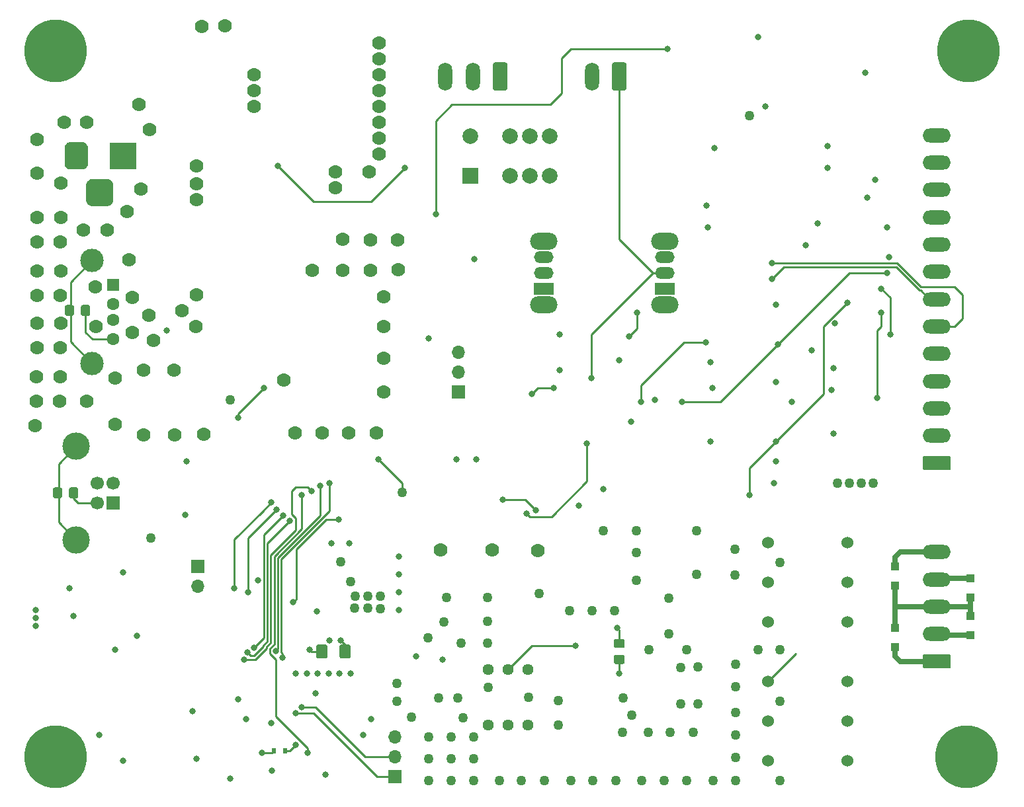
<source format=gbr>
G04 #@! TF.GenerationSoftware,KiCad,Pcbnew,(5.1.5-0-10_14)*
G04 #@! TF.CreationDate,2020-11-15T00:29:35-05:00*
G04 #@! TF.ProjectId,quantar-interface,7175616e-7461-4722-9d69-6e7465726661,rev?*
G04 #@! TF.SameCoordinates,Original*
G04 #@! TF.FileFunction,Copper,L4,Bot*
G04 #@! TF.FilePolarity,Positive*
%FSLAX46Y46*%
G04 Gerber Fmt 4.6, Leading zero omitted, Abs format (unit mm)*
G04 Created by KiCad (PCBNEW (5.1.5-0-10_14)) date 2020-11-15 00:29:35*
%MOMM*%
%LPD*%
G04 APERTURE LIST*
%ADD10C,0.100000*%
%ADD11C,1.440000*%
%ADD12C,1.524000*%
%ADD13R,1.000000X1.000000*%
%ADD14R,0.600000X0.700000*%
%ADD15R,3.500000X3.500000*%
%ADD16C,3.000000*%
%ADD17R,1.600000X1.600000*%
%ADD18C,1.600000*%
%ADD19R,1.700000X1.700000*%
%ADD20C,1.700000*%
%ADD21C,3.500000*%
%ADD22O,1.700000X1.700000*%
%ADD23O,3.600000X1.800000*%
%ADD24O,1.800000X3.600000*%
%ADD25C,2.000000*%
%ADD26R,2.000000X2.000000*%
%ADD27R,2.500000X1.500000*%
%ADD28O,2.500000X1.500000*%
%ADD29O,3.500000X2.200000*%
%ADD30C,0.900000*%
%ADD31C,8.000000*%
%ADD32C,1.778000*%
%ADD33C,0.800000*%
%ADD34C,1.270000*%
%ADD35C,0.250000*%
%ADD36C,0.889000*%
%ADD37C,0.635000*%
G04 APERTURE END LIST*
G04 #@! TA.AperFunction,SMDPad,CuDef*
D10*
G36*
X116093504Y-132476204D02*
G01*
X116117773Y-132479804D01*
X116141571Y-132485765D01*
X116164671Y-132494030D01*
X116186849Y-132504520D01*
X116207893Y-132517133D01*
X116227598Y-132531747D01*
X116245777Y-132548223D01*
X116262253Y-132566402D01*
X116276867Y-132586107D01*
X116289480Y-132607151D01*
X116299970Y-132629329D01*
X116308235Y-132652429D01*
X116314196Y-132676227D01*
X116317796Y-132700496D01*
X116319000Y-132725000D01*
X116319000Y-133975000D01*
X116317796Y-133999504D01*
X116314196Y-134023773D01*
X116308235Y-134047571D01*
X116299970Y-134070671D01*
X116289480Y-134092849D01*
X116276867Y-134113893D01*
X116262253Y-134133598D01*
X116245777Y-134151777D01*
X116227598Y-134168253D01*
X116207893Y-134182867D01*
X116186849Y-134195480D01*
X116164671Y-134205970D01*
X116141571Y-134214235D01*
X116117773Y-134220196D01*
X116093504Y-134223796D01*
X116069000Y-134225000D01*
X115144000Y-134225000D01*
X115119496Y-134223796D01*
X115095227Y-134220196D01*
X115071429Y-134214235D01*
X115048329Y-134205970D01*
X115026151Y-134195480D01*
X115005107Y-134182867D01*
X114985402Y-134168253D01*
X114967223Y-134151777D01*
X114950747Y-134133598D01*
X114936133Y-134113893D01*
X114923520Y-134092849D01*
X114913030Y-134070671D01*
X114904765Y-134047571D01*
X114898804Y-134023773D01*
X114895204Y-133999504D01*
X114894000Y-133975000D01*
X114894000Y-132725000D01*
X114895204Y-132700496D01*
X114898804Y-132676227D01*
X114904765Y-132652429D01*
X114913030Y-132629329D01*
X114923520Y-132607151D01*
X114936133Y-132586107D01*
X114950747Y-132566402D01*
X114967223Y-132548223D01*
X114985402Y-132531747D01*
X115005107Y-132517133D01*
X115026151Y-132504520D01*
X115048329Y-132494030D01*
X115071429Y-132485765D01*
X115095227Y-132479804D01*
X115119496Y-132476204D01*
X115144000Y-132475000D01*
X116069000Y-132475000D01*
X116093504Y-132476204D01*
G37*
G04 #@! TD.AperFunction*
G04 #@! TA.AperFunction,SMDPad,CuDef*
G36*
X119068504Y-132476204D02*
G01*
X119092773Y-132479804D01*
X119116571Y-132485765D01*
X119139671Y-132494030D01*
X119161849Y-132504520D01*
X119182893Y-132517133D01*
X119202598Y-132531747D01*
X119220777Y-132548223D01*
X119237253Y-132566402D01*
X119251867Y-132586107D01*
X119264480Y-132607151D01*
X119274970Y-132629329D01*
X119283235Y-132652429D01*
X119289196Y-132676227D01*
X119292796Y-132700496D01*
X119294000Y-132725000D01*
X119294000Y-133975000D01*
X119292796Y-133999504D01*
X119289196Y-134023773D01*
X119283235Y-134047571D01*
X119274970Y-134070671D01*
X119264480Y-134092849D01*
X119251867Y-134113893D01*
X119237253Y-134133598D01*
X119220777Y-134151777D01*
X119202598Y-134168253D01*
X119182893Y-134182867D01*
X119161849Y-134195480D01*
X119139671Y-134205970D01*
X119116571Y-134214235D01*
X119092773Y-134220196D01*
X119068504Y-134223796D01*
X119044000Y-134225000D01*
X118119000Y-134225000D01*
X118094496Y-134223796D01*
X118070227Y-134220196D01*
X118046429Y-134214235D01*
X118023329Y-134205970D01*
X118001151Y-134195480D01*
X117980107Y-134182867D01*
X117960402Y-134168253D01*
X117942223Y-134151777D01*
X117925747Y-134133598D01*
X117911133Y-134113893D01*
X117898520Y-134092849D01*
X117888030Y-134070671D01*
X117879765Y-134047571D01*
X117873804Y-134023773D01*
X117870204Y-133999504D01*
X117869000Y-133975000D01*
X117869000Y-132725000D01*
X117870204Y-132700496D01*
X117873804Y-132676227D01*
X117879765Y-132652429D01*
X117888030Y-132629329D01*
X117898520Y-132607151D01*
X117911133Y-132586107D01*
X117925747Y-132566402D01*
X117942223Y-132548223D01*
X117960402Y-132531747D01*
X117980107Y-132517133D01*
X118001151Y-132504520D01*
X118023329Y-132494030D01*
X118046429Y-132485765D01*
X118070227Y-132479804D01*
X118094496Y-132476204D01*
X118119000Y-132475000D01*
X119044000Y-132475000D01*
X119068504Y-132476204D01*
G37*
G04 #@! TD.AperFunction*
D11*
X136906000Y-135636000D03*
X139446000Y-135636000D03*
X141986000Y-135636000D03*
X141986000Y-142748000D03*
X139446000Y-142748000D03*
X136906000Y-142748000D03*
D12*
X182880000Y-147320000D03*
X182880000Y-142240000D03*
X182880000Y-137160000D03*
X172720000Y-147320000D03*
X172720000Y-142240000D03*
X172720000Y-137160000D03*
D13*
X188976000Y-132822000D03*
X188976000Y-130322000D03*
X188976000Y-124928000D03*
X188976000Y-122428000D03*
X198628000Y-128798000D03*
X198628000Y-131298000D03*
X198628000Y-123972000D03*
X198628000Y-126472000D03*
D14*
X110874000Y-146050000D03*
X109474000Y-146050000D03*
D15*
X90170000Y-69850000D03*
G04 #@! TA.AperFunction,ComponentPad*
D10*
G36*
X84993513Y-68103611D02*
G01*
X85066318Y-68114411D01*
X85137714Y-68132295D01*
X85207013Y-68157090D01*
X85273548Y-68188559D01*
X85336678Y-68226398D01*
X85395795Y-68270242D01*
X85450330Y-68319670D01*
X85499758Y-68374205D01*
X85543602Y-68433322D01*
X85581441Y-68496452D01*
X85612910Y-68562987D01*
X85637705Y-68632286D01*
X85655589Y-68703682D01*
X85666389Y-68776487D01*
X85670000Y-68850000D01*
X85670000Y-70850000D01*
X85666389Y-70923513D01*
X85655589Y-70996318D01*
X85637705Y-71067714D01*
X85612910Y-71137013D01*
X85581441Y-71203548D01*
X85543602Y-71266678D01*
X85499758Y-71325795D01*
X85450330Y-71380330D01*
X85395795Y-71429758D01*
X85336678Y-71473602D01*
X85273548Y-71511441D01*
X85207013Y-71542910D01*
X85137714Y-71567705D01*
X85066318Y-71585589D01*
X84993513Y-71596389D01*
X84920000Y-71600000D01*
X83420000Y-71600000D01*
X83346487Y-71596389D01*
X83273682Y-71585589D01*
X83202286Y-71567705D01*
X83132987Y-71542910D01*
X83066452Y-71511441D01*
X83003322Y-71473602D01*
X82944205Y-71429758D01*
X82889670Y-71380330D01*
X82840242Y-71325795D01*
X82796398Y-71266678D01*
X82758559Y-71203548D01*
X82727090Y-71137013D01*
X82702295Y-71067714D01*
X82684411Y-70996318D01*
X82673611Y-70923513D01*
X82670000Y-70850000D01*
X82670000Y-68850000D01*
X82673611Y-68776487D01*
X82684411Y-68703682D01*
X82702295Y-68632286D01*
X82727090Y-68562987D01*
X82758559Y-68496452D01*
X82796398Y-68433322D01*
X82840242Y-68374205D01*
X82889670Y-68319670D01*
X82944205Y-68270242D01*
X83003322Y-68226398D01*
X83066452Y-68188559D01*
X83132987Y-68157090D01*
X83202286Y-68132295D01*
X83273682Y-68114411D01*
X83346487Y-68103611D01*
X83420000Y-68100000D01*
X84920000Y-68100000D01*
X84993513Y-68103611D01*
G37*
G04 #@! TD.AperFunction*
G04 #@! TA.AperFunction,ComponentPad*
G36*
X88130765Y-72804213D02*
G01*
X88215704Y-72816813D01*
X88298999Y-72837677D01*
X88379848Y-72866605D01*
X88457472Y-72903319D01*
X88531124Y-72947464D01*
X88600094Y-72998616D01*
X88663718Y-73056282D01*
X88721384Y-73119906D01*
X88772536Y-73188876D01*
X88816681Y-73262528D01*
X88853395Y-73340152D01*
X88882323Y-73421001D01*
X88903187Y-73504296D01*
X88915787Y-73589235D01*
X88920000Y-73675000D01*
X88920000Y-75425000D01*
X88915787Y-75510765D01*
X88903187Y-75595704D01*
X88882323Y-75678999D01*
X88853395Y-75759848D01*
X88816681Y-75837472D01*
X88772536Y-75911124D01*
X88721384Y-75980094D01*
X88663718Y-76043718D01*
X88600094Y-76101384D01*
X88531124Y-76152536D01*
X88457472Y-76196681D01*
X88379848Y-76233395D01*
X88298999Y-76262323D01*
X88215704Y-76283187D01*
X88130765Y-76295787D01*
X88045000Y-76300000D01*
X86295000Y-76300000D01*
X86209235Y-76295787D01*
X86124296Y-76283187D01*
X86041001Y-76262323D01*
X85960152Y-76233395D01*
X85882528Y-76196681D01*
X85808876Y-76152536D01*
X85739906Y-76101384D01*
X85676282Y-76043718D01*
X85618616Y-75980094D01*
X85567464Y-75911124D01*
X85523319Y-75837472D01*
X85486605Y-75759848D01*
X85457677Y-75678999D01*
X85436813Y-75595704D01*
X85424213Y-75510765D01*
X85420000Y-75425000D01*
X85420000Y-73675000D01*
X85424213Y-73589235D01*
X85436813Y-73504296D01*
X85457677Y-73421001D01*
X85486605Y-73340152D01*
X85523319Y-73262528D01*
X85567464Y-73188876D01*
X85618616Y-73119906D01*
X85676282Y-73056282D01*
X85739906Y-72998616D01*
X85808876Y-72947464D01*
X85882528Y-72903319D01*
X85960152Y-72866605D01*
X86041001Y-72837677D01*
X86124296Y-72816813D01*
X86209235Y-72804213D01*
X86295000Y-72800000D01*
X88045000Y-72800000D01*
X88130765Y-72804213D01*
G37*
G04 #@! TD.AperFunction*
D16*
X86190000Y-96430000D03*
X86190000Y-83290000D03*
D17*
X88900000Y-86360000D03*
D18*
X88900000Y-88860000D03*
X88900000Y-90860000D03*
X88900000Y-93360000D03*
D19*
X88900000Y-114300000D03*
D20*
X88900000Y-111800000D03*
X86900000Y-111800000D03*
X86900000Y-114300000D03*
D21*
X84190000Y-119070000D03*
X84190000Y-107030000D03*
D19*
X124968000Y-149352000D03*
D22*
X124968000Y-146812000D03*
X124968000Y-144272000D03*
G04 #@! TA.AperFunction,ComponentPad*
D10*
G36*
X195884504Y-133721204D02*
G01*
X195908773Y-133724804D01*
X195932571Y-133730765D01*
X195955671Y-133739030D01*
X195977849Y-133749520D01*
X195998893Y-133762133D01*
X196018598Y-133776747D01*
X196036777Y-133793223D01*
X196053253Y-133811402D01*
X196067867Y-133831107D01*
X196080480Y-133852151D01*
X196090970Y-133874329D01*
X196099235Y-133897429D01*
X196105196Y-133921227D01*
X196108796Y-133945496D01*
X196110000Y-133970000D01*
X196110000Y-135270000D01*
X196108796Y-135294504D01*
X196105196Y-135318773D01*
X196099235Y-135342571D01*
X196090970Y-135365671D01*
X196080480Y-135387849D01*
X196067867Y-135408893D01*
X196053253Y-135428598D01*
X196036777Y-135446777D01*
X196018598Y-135463253D01*
X195998893Y-135477867D01*
X195977849Y-135490480D01*
X195955671Y-135500970D01*
X195932571Y-135509235D01*
X195908773Y-135515196D01*
X195884504Y-135518796D01*
X195860000Y-135520000D01*
X192760000Y-135520000D01*
X192735496Y-135518796D01*
X192711227Y-135515196D01*
X192687429Y-135509235D01*
X192664329Y-135500970D01*
X192642151Y-135490480D01*
X192621107Y-135477867D01*
X192601402Y-135463253D01*
X192583223Y-135446777D01*
X192566747Y-135428598D01*
X192552133Y-135408893D01*
X192539520Y-135387849D01*
X192529030Y-135365671D01*
X192520765Y-135342571D01*
X192514804Y-135318773D01*
X192511204Y-135294504D01*
X192510000Y-135270000D01*
X192510000Y-133970000D01*
X192511204Y-133945496D01*
X192514804Y-133921227D01*
X192520765Y-133897429D01*
X192529030Y-133874329D01*
X192539520Y-133852151D01*
X192552133Y-133831107D01*
X192566747Y-133811402D01*
X192583223Y-133793223D01*
X192601402Y-133776747D01*
X192621107Y-133762133D01*
X192642151Y-133749520D01*
X192664329Y-133739030D01*
X192687429Y-133730765D01*
X192711227Y-133724804D01*
X192735496Y-133721204D01*
X192760000Y-133720000D01*
X195860000Y-133720000D01*
X195884504Y-133721204D01*
G37*
G04 #@! TD.AperFunction*
D23*
X194310000Y-131120000D03*
X194310000Y-127620000D03*
X194310000Y-124120000D03*
X194310000Y-120620000D03*
G04 #@! TA.AperFunction,ComponentPad*
D10*
G36*
X139104504Y-57891204D02*
G01*
X139128773Y-57894804D01*
X139152571Y-57900765D01*
X139175671Y-57909030D01*
X139197849Y-57919520D01*
X139218893Y-57932133D01*
X139238598Y-57946747D01*
X139256777Y-57963223D01*
X139273253Y-57981402D01*
X139287867Y-58001107D01*
X139300480Y-58022151D01*
X139310970Y-58044329D01*
X139319235Y-58067429D01*
X139325196Y-58091227D01*
X139328796Y-58115496D01*
X139330000Y-58140000D01*
X139330000Y-61240000D01*
X139328796Y-61264504D01*
X139325196Y-61288773D01*
X139319235Y-61312571D01*
X139310970Y-61335671D01*
X139300480Y-61357849D01*
X139287867Y-61378893D01*
X139273253Y-61398598D01*
X139256777Y-61416777D01*
X139238598Y-61433253D01*
X139218893Y-61447867D01*
X139197849Y-61460480D01*
X139175671Y-61470970D01*
X139152571Y-61479235D01*
X139128773Y-61485196D01*
X139104504Y-61488796D01*
X139080000Y-61490000D01*
X137780000Y-61490000D01*
X137755496Y-61488796D01*
X137731227Y-61485196D01*
X137707429Y-61479235D01*
X137684329Y-61470970D01*
X137662151Y-61460480D01*
X137641107Y-61447867D01*
X137621402Y-61433253D01*
X137603223Y-61416777D01*
X137586747Y-61398598D01*
X137572133Y-61378893D01*
X137559520Y-61357849D01*
X137549030Y-61335671D01*
X137540765Y-61312571D01*
X137534804Y-61288773D01*
X137531204Y-61264504D01*
X137530000Y-61240000D01*
X137530000Y-58140000D01*
X137531204Y-58115496D01*
X137534804Y-58091227D01*
X137540765Y-58067429D01*
X137549030Y-58044329D01*
X137559520Y-58022151D01*
X137572133Y-58001107D01*
X137586747Y-57981402D01*
X137603223Y-57963223D01*
X137621402Y-57946747D01*
X137641107Y-57932133D01*
X137662151Y-57919520D01*
X137684329Y-57909030D01*
X137707429Y-57900765D01*
X137731227Y-57894804D01*
X137755496Y-57891204D01*
X137780000Y-57890000D01*
X139080000Y-57890000D01*
X139104504Y-57891204D01*
G37*
G04 #@! TD.AperFunction*
D24*
X134930000Y-59690000D03*
X131430000Y-59690000D03*
G04 #@! TA.AperFunction,ComponentPad*
D10*
G36*
X154344504Y-57891204D02*
G01*
X154368773Y-57894804D01*
X154392571Y-57900765D01*
X154415671Y-57909030D01*
X154437849Y-57919520D01*
X154458893Y-57932133D01*
X154478598Y-57946747D01*
X154496777Y-57963223D01*
X154513253Y-57981402D01*
X154527867Y-58001107D01*
X154540480Y-58022151D01*
X154550970Y-58044329D01*
X154559235Y-58067429D01*
X154565196Y-58091227D01*
X154568796Y-58115496D01*
X154570000Y-58140000D01*
X154570000Y-61240000D01*
X154568796Y-61264504D01*
X154565196Y-61288773D01*
X154559235Y-61312571D01*
X154550970Y-61335671D01*
X154540480Y-61357849D01*
X154527867Y-61378893D01*
X154513253Y-61398598D01*
X154496777Y-61416777D01*
X154478598Y-61433253D01*
X154458893Y-61447867D01*
X154437849Y-61460480D01*
X154415671Y-61470970D01*
X154392571Y-61479235D01*
X154368773Y-61485196D01*
X154344504Y-61488796D01*
X154320000Y-61490000D01*
X153020000Y-61490000D01*
X152995496Y-61488796D01*
X152971227Y-61485196D01*
X152947429Y-61479235D01*
X152924329Y-61470970D01*
X152902151Y-61460480D01*
X152881107Y-61447867D01*
X152861402Y-61433253D01*
X152843223Y-61416777D01*
X152826747Y-61398598D01*
X152812133Y-61378893D01*
X152799520Y-61357849D01*
X152789030Y-61335671D01*
X152780765Y-61312571D01*
X152774804Y-61288773D01*
X152771204Y-61264504D01*
X152770000Y-61240000D01*
X152770000Y-58140000D01*
X152771204Y-58115496D01*
X152774804Y-58091227D01*
X152780765Y-58067429D01*
X152789030Y-58044329D01*
X152799520Y-58022151D01*
X152812133Y-58001107D01*
X152826747Y-57981402D01*
X152843223Y-57963223D01*
X152861402Y-57946747D01*
X152881107Y-57932133D01*
X152902151Y-57919520D01*
X152924329Y-57909030D01*
X152947429Y-57900765D01*
X152971227Y-57894804D01*
X152995496Y-57891204D01*
X153020000Y-57890000D01*
X154320000Y-57890000D01*
X154344504Y-57891204D01*
G37*
G04 #@! TD.AperFunction*
D24*
X150170000Y-59690000D03*
G04 #@! TA.AperFunction,ComponentPad*
D10*
G36*
X195884504Y-108321204D02*
G01*
X195908773Y-108324804D01*
X195932571Y-108330765D01*
X195955671Y-108339030D01*
X195977849Y-108349520D01*
X195998893Y-108362133D01*
X196018598Y-108376747D01*
X196036777Y-108393223D01*
X196053253Y-108411402D01*
X196067867Y-108431107D01*
X196080480Y-108452151D01*
X196090970Y-108474329D01*
X196099235Y-108497429D01*
X196105196Y-108521227D01*
X196108796Y-108545496D01*
X196110000Y-108570000D01*
X196110000Y-109870000D01*
X196108796Y-109894504D01*
X196105196Y-109918773D01*
X196099235Y-109942571D01*
X196090970Y-109965671D01*
X196080480Y-109987849D01*
X196067867Y-110008893D01*
X196053253Y-110028598D01*
X196036777Y-110046777D01*
X196018598Y-110063253D01*
X195998893Y-110077867D01*
X195977849Y-110090480D01*
X195955671Y-110100970D01*
X195932571Y-110109235D01*
X195908773Y-110115196D01*
X195884504Y-110118796D01*
X195860000Y-110120000D01*
X192760000Y-110120000D01*
X192735496Y-110118796D01*
X192711227Y-110115196D01*
X192687429Y-110109235D01*
X192664329Y-110100970D01*
X192642151Y-110090480D01*
X192621107Y-110077867D01*
X192601402Y-110063253D01*
X192583223Y-110046777D01*
X192566747Y-110028598D01*
X192552133Y-110008893D01*
X192539520Y-109987849D01*
X192529030Y-109965671D01*
X192520765Y-109942571D01*
X192514804Y-109918773D01*
X192511204Y-109894504D01*
X192510000Y-109870000D01*
X192510000Y-108570000D01*
X192511204Y-108545496D01*
X192514804Y-108521227D01*
X192520765Y-108497429D01*
X192529030Y-108474329D01*
X192539520Y-108452151D01*
X192552133Y-108431107D01*
X192566747Y-108411402D01*
X192583223Y-108393223D01*
X192601402Y-108376747D01*
X192621107Y-108362133D01*
X192642151Y-108349520D01*
X192664329Y-108339030D01*
X192687429Y-108330765D01*
X192711227Y-108324804D01*
X192735496Y-108321204D01*
X192760000Y-108320000D01*
X195860000Y-108320000D01*
X195884504Y-108321204D01*
G37*
G04 #@! TD.AperFunction*
D23*
X194310000Y-105720000D03*
X194310000Y-102220000D03*
X194310000Y-98720000D03*
X194310000Y-95220000D03*
X194310000Y-91720000D03*
X194310000Y-88220000D03*
X194310000Y-84720000D03*
X194310000Y-81220000D03*
X194310000Y-77720000D03*
X194310000Y-74220000D03*
X194310000Y-70720000D03*
X194310000Y-67220000D03*
D22*
X133096000Y-94996000D03*
X133096000Y-97536000D03*
D19*
X133096000Y-100076000D03*
D25*
X142240000Y-67310000D03*
X142240000Y-72390000D03*
X134620000Y-67310000D03*
X139700000Y-67310000D03*
D26*
X134620000Y-72390000D03*
D25*
X139700000Y-72390000D03*
X144780000Y-67310000D03*
X144780000Y-72390000D03*
G04 #@! TA.AperFunction,SMDPad,CuDef*
D10*
G36*
X154144505Y-131751204D02*
G01*
X154168773Y-131754804D01*
X154192572Y-131760765D01*
X154215671Y-131769030D01*
X154237850Y-131779520D01*
X154258893Y-131792132D01*
X154278599Y-131806747D01*
X154296777Y-131823223D01*
X154313253Y-131841401D01*
X154327868Y-131861107D01*
X154340480Y-131882150D01*
X154350970Y-131904329D01*
X154359235Y-131927428D01*
X154365196Y-131951227D01*
X154368796Y-131975495D01*
X154370000Y-131999999D01*
X154370000Y-132650001D01*
X154368796Y-132674505D01*
X154365196Y-132698773D01*
X154359235Y-132722572D01*
X154350970Y-132745671D01*
X154340480Y-132767850D01*
X154327868Y-132788893D01*
X154313253Y-132808599D01*
X154296777Y-132826777D01*
X154278599Y-132843253D01*
X154258893Y-132857868D01*
X154237850Y-132870480D01*
X154215671Y-132880970D01*
X154192572Y-132889235D01*
X154168773Y-132895196D01*
X154144505Y-132898796D01*
X154120001Y-132900000D01*
X153219999Y-132900000D01*
X153195495Y-132898796D01*
X153171227Y-132895196D01*
X153147428Y-132889235D01*
X153124329Y-132880970D01*
X153102150Y-132870480D01*
X153081107Y-132857868D01*
X153061401Y-132843253D01*
X153043223Y-132826777D01*
X153026747Y-132808599D01*
X153012132Y-132788893D01*
X152999520Y-132767850D01*
X152989030Y-132745671D01*
X152980765Y-132722572D01*
X152974804Y-132698773D01*
X152971204Y-132674505D01*
X152970000Y-132650001D01*
X152970000Y-131999999D01*
X152971204Y-131975495D01*
X152974804Y-131951227D01*
X152980765Y-131927428D01*
X152989030Y-131904329D01*
X152999520Y-131882150D01*
X153012132Y-131861107D01*
X153026747Y-131841401D01*
X153043223Y-131823223D01*
X153061401Y-131806747D01*
X153081107Y-131792132D01*
X153102150Y-131779520D01*
X153124329Y-131769030D01*
X153147428Y-131760765D01*
X153171227Y-131754804D01*
X153195495Y-131751204D01*
X153219999Y-131750000D01*
X154120001Y-131750000D01*
X154144505Y-131751204D01*
G37*
G04 #@! TD.AperFunction*
G04 #@! TA.AperFunction,SMDPad,CuDef*
G36*
X154144505Y-133801204D02*
G01*
X154168773Y-133804804D01*
X154192572Y-133810765D01*
X154215671Y-133819030D01*
X154237850Y-133829520D01*
X154258893Y-133842132D01*
X154278599Y-133856747D01*
X154296777Y-133873223D01*
X154313253Y-133891401D01*
X154327868Y-133911107D01*
X154340480Y-133932150D01*
X154350970Y-133954329D01*
X154359235Y-133977428D01*
X154365196Y-134001227D01*
X154368796Y-134025495D01*
X154370000Y-134049999D01*
X154370000Y-134700001D01*
X154368796Y-134724505D01*
X154365196Y-134748773D01*
X154359235Y-134772572D01*
X154350970Y-134795671D01*
X154340480Y-134817850D01*
X154327868Y-134838893D01*
X154313253Y-134858599D01*
X154296777Y-134876777D01*
X154278599Y-134893253D01*
X154258893Y-134907868D01*
X154237850Y-134920480D01*
X154215671Y-134930970D01*
X154192572Y-134939235D01*
X154168773Y-134945196D01*
X154144505Y-134948796D01*
X154120001Y-134950000D01*
X153219999Y-134950000D01*
X153195495Y-134948796D01*
X153171227Y-134945196D01*
X153147428Y-134939235D01*
X153124329Y-134930970D01*
X153102150Y-134920480D01*
X153081107Y-134907868D01*
X153061401Y-134893253D01*
X153043223Y-134876777D01*
X153026747Y-134858599D01*
X153012132Y-134838893D01*
X152999520Y-134817850D01*
X152989030Y-134795671D01*
X152980765Y-134772572D01*
X152974804Y-134748773D01*
X152971204Y-134724505D01*
X152970000Y-134700001D01*
X152970000Y-134049999D01*
X152971204Y-134025495D01*
X152974804Y-134001227D01*
X152980765Y-133977428D01*
X152989030Y-133954329D01*
X152999520Y-133932150D01*
X153012132Y-133911107D01*
X153026747Y-133891401D01*
X153043223Y-133873223D01*
X153061401Y-133856747D01*
X153081107Y-133842132D01*
X153102150Y-133829520D01*
X153124329Y-133819030D01*
X153147428Y-133810765D01*
X153171227Y-133804804D01*
X153195495Y-133801204D01*
X153219999Y-133800000D01*
X154120001Y-133800000D01*
X154144505Y-133801204D01*
G37*
G04 #@! TD.AperFunction*
D27*
X159512000Y-86868000D03*
D28*
X159512000Y-84868000D03*
X159512000Y-82868000D03*
D29*
X159512000Y-88968000D03*
X159512000Y-80768000D03*
X144018000Y-80768000D03*
X144018000Y-88968000D03*
D28*
X144018000Y-82868000D03*
X144018000Y-84868000D03*
D27*
X144018000Y-86868000D03*
D12*
X172720000Y-119380000D03*
X172720000Y-124460000D03*
X172720000Y-129540000D03*
X182880000Y-119380000D03*
X182880000Y-124460000D03*
X182880000Y-129540000D03*
G04 #@! TA.AperFunction,SMDPad,CuDef*
D10*
G36*
X83652505Y-88963204D02*
G01*
X83676773Y-88966804D01*
X83700572Y-88972765D01*
X83723671Y-88981030D01*
X83745850Y-88991520D01*
X83766893Y-89004132D01*
X83786599Y-89018747D01*
X83804777Y-89035223D01*
X83821253Y-89053401D01*
X83835868Y-89073107D01*
X83848480Y-89094150D01*
X83858970Y-89116329D01*
X83867235Y-89139428D01*
X83873196Y-89163227D01*
X83876796Y-89187495D01*
X83878000Y-89211999D01*
X83878000Y-90112001D01*
X83876796Y-90136505D01*
X83873196Y-90160773D01*
X83867235Y-90184572D01*
X83858970Y-90207671D01*
X83848480Y-90229850D01*
X83835868Y-90250893D01*
X83821253Y-90270599D01*
X83804777Y-90288777D01*
X83786599Y-90305253D01*
X83766893Y-90319868D01*
X83745850Y-90332480D01*
X83723671Y-90342970D01*
X83700572Y-90351235D01*
X83676773Y-90357196D01*
X83652505Y-90360796D01*
X83628001Y-90362000D01*
X82977999Y-90362000D01*
X82953495Y-90360796D01*
X82929227Y-90357196D01*
X82905428Y-90351235D01*
X82882329Y-90342970D01*
X82860150Y-90332480D01*
X82839107Y-90319868D01*
X82819401Y-90305253D01*
X82801223Y-90288777D01*
X82784747Y-90270599D01*
X82770132Y-90250893D01*
X82757520Y-90229850D01*
X82747030Y-90207671D01*
X82738765Y-90184572D01*
X82732804Y-90160773D01*
X82729204Y-90136505D01*
X82728000Y-90112001D01*
X82728000Y-89211999D01*
X82729204Y-89187495D01*
X82732804Y-89163227D01*
X82738765Y-89139428D01*
X82747030Y-89116329D01*
X82757520Y-89094150D01*
X82770132Y-89073107D01*
X82784747Y-89053401D01*
X82801223Y-89035223D01*
X82819401Y-89018747D01*
X82839107Y-89004132D01*
X82860150Y-88991520D01*
X82882329Y-88981030D01*
X82905428Y-88972765D01*
X82929227Y-88966804D01*
X82953495Y-88963204D01*
X82977999Y-88962000D01*
X83628001Y-88962000D01*
X83652505Y-88963204D01*
G37*
G04 #@! TD.AperFunction*
G04 #@! TA.AperFunction,SMDPad,CuDef*
G36*
X85702505Y-88963204D02*
G01*
X85726773Y-88966804D01*
X85750572Y-88972765D01*
X85773671Y-88981030D01*
X85795850Y-88991520D01*
X85816893Y-89004132D01*
X85836599Y-89018747D01*
X85854777Y-89035223D01*
X85871253Y-89053401D01*
X85885868Y-89073107D01*
X85898480Y-89094150D01*
X85908970Y-89116329D01*
X85917235Y-89139428D01*
X85923196Y-89163227D01*
X85926796Y-89187495D01*
X85928000Y-89211999D01*
X85928000Y-90112001D01*
X85926796Y-90136505D01*
X85923196Y-90160773D01*
X85917235Y-90184572D01*
X85908970Y-90207671D01*
X85898480Y-90229850D01*
X85885868Y-90250893D01*
X85871253Y-90270599D01*
X85854777Y-90288777D01*
X85836599Y-90305253D01*
X85816893Y-90319868D01*
X85795850Y-90332480D01*
X85773671Y-90342970D01*
X85750572Y-90351235D01*
X85726773Y-90357196D01*
X85702505Y-90360796D01*
X85678001Y-90362000D01*
X85027999Y-90362000D01*
X85003495Y-90360796D01*
X84979227Y-90357196D01*
X84955428Y-90351235D01*
X84932329Y-90342970D01*
X84910150Y-90332480D01*
X84889107Y-90319868D01*
X84869401Y-90305253D01*
X84851223Y-90288777D01*
X84834747Y-90270599D01*
X84820132Y-90250893D01*
X84807520Y-90229850D01*
X84797030Y-90207671D01*
X84788765Y-90184572D01*
X84782804Y-90160773D01*
X84779204Y-90136505D01*
X84778000Y-90112001D01*
X84778000Y-89211999D01*
X84779204Y-89187495D01*
X84782804Y-89163227D01*
X84788765Y-89139428D01*
X84797030Y-89116329D01*
X84807520Y-89094150D01*
X84820132Y-89073107D01*
X84834747Y-89053401D01*
X84851223Y-89035223D01*
X84869401Y-89018747D01*
X84889107Y-89004132D01*
X84910150Y-88991520D01*
X84932329Y-88981030D01*
X84955428Y-88972765D01*
X84979227Y-88966804D01*
X85003495Y-88963204D01*
X85027999Y-88962000D01*
X85678001Y-88962000D01*
X85702505Y-88963204D01*
G37*
G04 #@! TD.AperFunction*
G04 #@! TA.AperFunction,SMDPad,CuDef*
G36*
X82128505Y-112331204D02*
G01*
X82152773Y-112334804D01*
X82176572Y-112340765D01*
X82199671Y-112349030D01*
X82221850Y-112359520D01*
X82242893Y-112372132D01*
X82262599Y-112386747D01*
X82280777Y-112403223D01*
X82297253Y-112421401D01*
X82311868Y-112441107D01*
X82324480Y-112462150D01*
X82334970Y-112484329D01*
X82343235Y-112507428D01*
X82349196Y-112531227D01*
X82352796Y-112555495D01*
X82354000Y-112579999D01*
X82354000Y-113480001D01*
X82352796Y-113504505D01*
X82349196Y-113528773D01*
X82343235Y-113552572D01*
X82334970Y-113575671D01*
X82324480Y-113597850D01*
X82311868Y-113618893D01*
X82297253Y-113638599D01*
X82280777Y-113656777D01*
X82262599Y-113673253D01*
X82242893Y-113687868D01*
X82221850Y-113700480D01*
X82199671Y-113710970D01*
X82176572Y-113719235D01*
X82152773Y-113725196D01*
X82128505Y-113728796D01*
X82104001Y-113730000D01*
X81453999Y-113730000D01*
X81429495Y-113728796D01*
X81405227Y-113725196D01*
X81381428Y-113719235D01*
X81358329Y-113710970D01*
X81336150Y-113700480D01*
X81315107Y-113687868D01*
X81295401Y-113673253D01*
X81277223Y-113656777D01*
X81260747Y-113638599D01*
X81246132Y-113618893D01*
X81233520Y-113597850D01*
X81223030Y-113575671D01*
X81214765Y-113552572D01*
X81208804Y-113528773D01*
X81205204Y-113504505D01*
X81204000Y-113480001D01*
X81204000Y-112579999D01*
X81205204Y-112555495D01*
X81208804Y-112531227D01*
X81214765Y-112507428D01*
X81223030Y-112484329D01*
X81233520Y-112462150D01*
X81246132Y-112441107D01*
X81260747Y-112421401D01*
X81277223Y-112403223D01*
X81295401Y-112386747D01*
X81315107Y-112372132D01*
X81336150Y-112359520D01*
X81358329Y-112349030D01*
X81381428Y-112340765D01*
X81405227Y-112334804D01*
X81429495Y-112331204D01*
X81453999Y-112330000D01*
X82104001Y-112330000D01*
X82128505Y-112331204D01*
G37*
G04 #@! TD.AperFunction*
G04 #@! TA.AperFunction,SMDPad,CuDef*
G36*
X84178505Y-112331204D02*
G01*
X84202773Y-112334804D01*
X84226572Y-112340765D01*
X84249671Y-112349030D01*
X84271850Y-112359520D01*
X84292893Y-112372132D01*
X84312599Y-112386747D01*
X84330777Y-112403223D01*
X84347253Y-112421401D01*
X84361868Y-112441107D01*
X84374480Y-112462150D01*
X84384970Y-112484329D01*
X84393235Y-112507428D01*
X84399196Y-112531227D01*
X84402796Y-112555495D01*
X84404000Y-112579999D01*
X84404000Y-113480001D01*
X84402796Y-113504505D01*
X84399196Y-113528773D01*
X84393235Y-113552572D01*
X84384970Y-113575671D01*
X84374480Y-113597850D01*
X84361868Y-113618893D01*
X84347253Y-113638599D01*
X84330777Y-113656777D01*
X84312599Y-113673253D01*
X84292893Y-113687868D01*
X84271850Y-113700480D01*
X84249671Y-113710970D01*
X84226572Y-113719235D01*
X84202773Y-113725196D01*
X84178505Y-113728796D01*
X84154001Y-113730000D01*
X83503999Y-113730000D01*
X83479495Y-113728796D01*
X83455227Y-113725196D01*
X83431428Y-113719235D01*
X83408329Y-113710970D01*
X83386150Y-113700480D01*
X83365107Y-113687868D01*
X83345401Y-113673253D01*
X83327223Y-113656777D01*
X83310747Y-113638599D01*
X83296132Y-113618893D01*
X83283520Y-113597850D01*
X83273030Y-113575671D01*
X83264765Y-113552572D01*
X83258804Y-113528773D01*
X83255204Y-113504505D01*
X83254000Y-113480001D01*
X83254000Y-112579999D01*
X83255204Y-112555495D01*
X83258804Y-112531227D01*
X83264765Y-112507428D01*
X83273030Y-112484329D01*
X83283520Y-112462150D01*
X83296132Y-112441107D01*
X83310747Y-112421401D01*
X83327223Y-112403223D01*
X83345401Y-112386747D01*
X83365107Y-112372132D01*
X83386150Y-112359520D01*
X83408329Y-112349030D01*
X83431428Y-112340765D01*
X83455227Y-112334804D01*
X83479495Y-112331204D01*
X83503999Y-112330000D01*
X84154001Y-112330000D01*
X84178505Y-112331204D01*
G37*
G04 #@! TD.AperFunction*
D19*
X99695000Y-122428000D03*
D22*
X99695000Y-124968000D03*
D30*
X83655320Y-54266680D03*
X81534000Y-53388000D03*
X79412680Y-54266680D03*
X78534000Y-56388000D03*
X79412680Y-58509320D03*
X81534000Y-59388000D03*
X83655320Y-58509320D03*
X84534000Y-56388000D03*
D31*
X81534000Y-56388000D03*
X198374000Y-56388000D03*
D30*
X201374000Y-56388000D03*
X200495320Y-58509320D03*
X198374000Y-59388000D03*
X196252680Y-58509320D03*
X195374000Y-56388000D03*
X196252680Y-54266680D03*
X198374000Y-53388000D03*
X200495320Y-54266680D03*
X200241320Y-144690680D03*
X198120000Y-143812000D03*
X195998680Y-144690680D03*
X195120000Y-146812000D03*
X195998680Y-148933320D03*
X198120000Y-149812000D03*
X200241320Y-148933320D03*
X201120000Y-146812000D03*
D31*
X198120000Y-146812000D03*
X81534000Y-146812000D03*
D30*
X84534000Y-146812000D03*
X83655320Y-148933320D03*
X81534000Y-149812000D03*
X79412680Y-148933320D03*
X78534000Y-146812000D03*
X79412680Y-144690680D03*
X81534000Y-143812000D03*
X83655320Y-144690680D03*
D32*
X86614000Y-86677500D03*
X86677500Y-91694000D03*
X91376500Y-88011000D03*
X91313000Y-92519500D03*
X93472000Y-90297000D03*
X97663000Y-89725500D03*
X99568000Y-87693500D03*
X94043500Y-93535500D03*
X99504500Y-91694000D03*
D33*
X165036500Y-78994000D03*
D34*
X119316500Y-124396500D03*
X119888000Y-126301500D03*
X119824500Y-127825500D03*
X121475500Y-126301500D03*
X121475500Y-127825500D03*
X123063000Y-126301500D03*
X123063000Y-127889000D03*
D33*
X109093000Y-142494000D03*
X78994000Y-130048000D03*
X78994000Y-129032000D03*
X78994000Y-128016000D03*
D34*
X93726000Y-118808500D03*
D33*
X116078000Y-149098000D03*
X165862000Y-68834000D03*
D32*
X106934000Y-61468000D03*
X106934000Y-63500000D03*
X106934000Y-59436000D03*
X117348000Y-71882000D03*
X121666000Y-71882000D03*
X122936000Y-55372000D03*
X122936000Y-57404000D03*
X122936000Y-59436000D03*
X122936000Y-61468000D03*
X122936000Y-63500000D03*
X122936000Y-65532000D03*
X122936000Y-67564000D03*
X122936000Y-69596000D03*
X99568000Y-75438000D03*
X99568000Y-73406000D03*
X99568000Y-71120000D03*
D33*
X95758000Y-92202000D03*
D34*
X103886000Y-101092000D03*
D32*
X117348000Y-73914000D03*
D33*
X104902000Y-139446000D03*
X87122000Y-144018000D03*
X89154000Y-133096000D03*
X83312000Y-125222000D03*
X83820000Y-128778000D03*
X90170000Y-123190000D03*
X109220000Y-148590000D03*
X103886000Y-149606000D03*
X99568000Y-147066000D03*
X90170000Y-147320000D03*
X121920000Y-141986000D03*
X120904000Y-144018000D03*
X105918000Y-141986000D03*
X91948000Y-131318000D03*
X99060000Y-140970000D03*
X98080990Y-115824000D03*
X172339000Y-63500000D03*
X171450000Y-54610000D03*
X164846000Y-76200000D03*
X165354000Y-96266000D03*
X165354000Y-106426000D03*
X155194000Y-103886000D03*
X165608000Y-99568000D03*
X158242000Y-101092000D03*
X153670000Y-96012000D03*
X146050000Y-92710000D03*
X135128000Y-83058000D03*
X146050000Y-97282000D03*
X151638000Y-112522000D03*
X135382000Y-108712000D03*
X132842000Y-108712000D03*
X129286000Y-93218000D03*
D32*
X103187500Y-53213000D03*
X100203000Y-53276500D03*
X79121000Y-80899000D03*
X82105500Y-80899000D03*
X79121000Y-77787500D03*
X82169000Y-77787500D03*
X85090000Y-79375000D03*
X88138000Y-79375000D03*
X90678000Y-76962000D03*
X79121000Y-72072500D03*
X79121000Y-67754500D03*
X82232500Y-73342500D03*
X92202000Y-63309500D03*
X93535500Y-66484500D03*
X82613500Y-65595500D03*
X85471000Y-65595500D03*
X90932000Y-83185000D03*
X92456000Y-74104500D03*
D33*
X107451435Y-124206000D03*
X98298000Y-108966000D03*
D32*
X79121000Y-87757000D03*
X82105500Y-87757000D03*
X79121000Y-84645500D03*
X82169000Y-84645500D03*
X79121000Y-91313000D03*
X82105500Y-94424500D03*
X82169000Y-91313000D03*
X79121000Y-94424500D03*
X82042000Y-101282500D03*
X79057500Y-98171000D03*
X79057500Y-101282500D03*
X82105500Y-98171000D03*
X78930500Y-104394000D03*
X85534500Y-101282500D03*
X92773500Y-97345500D03*
X89154000Y-98298000D03*
X89154000Y-104267000D03*
X96710500Y-97345500D03*
X92773500Y-105600500D03*
X96774000Y-105600500D03*
X100457000Y-105537000D03*
X123507500Y-100139500D03*
X123507500Y-95758000D03*
X123507500Y-91694000D03*
X123507500Y-87947500D03*
X125349000Y-84455000D03*
X125285500Y-80645000D03*
X121793000Y-80645000D03*
X121793000Y-84518500D03*
X118300500Y-80581500D03*
X118300500Y-84518500D03*
X114363500Y-84518500D03*
X110744000Y-98615500D03*
D33*
X114935000Y-128206500D03*
X119126000Y-119474000D03*
X116840000Y-119474000D03*
X114808000Y-138684000D03*
D32*
X143256000Y-120396000D03*
X137414000Y-120374000D03*
D33*
X117983000Y-131953000D03*
D34*
X125222000Y-137414000D03*
X125222000Y-139700000D03*
X127063500Y-141795500D03*
X130556000Y-139319000D03*
X133032500Y-139319000D03*
X133667500Y-141859000D03*
X129286000Y-144272000D03*
X129286000Y-147129500D03*
X129286000Y-149923500D03*
X132143500Y-144272000D03*
X132143500Y-149923500D03*
X132143500Y-147129500D03*
X135064500Y-149923500D03*
X135064500Y-147129500D03*
X135064500Y-144272000D03*
X129159000Y-131572000D03*
X131191000Y-129540000D03*
X133413500Y-132270500D03*
X136842500Y-132270500D03*
X136842500Y-129476500D03*
X136842500Y-126428500D03*
X143383000Y-125920500D03*
X142049500Y-139255500D03*
X145859500Y-139636500D03*
X145859500Y-142811500D03*
X161544000Y-135382000D03*
X163703000Y-135318500D03*
X161544000Y-140081000D03*
X163703000Y-140081000D03*
X154178000Y-139319000D03*
X155257500Y-141478000D03*
X154114500Y-143700500D03*
X141160500Y-149923500D03*
X138303000Y-149923500D03*
X144081500Y-149923500D03*
X153225500Y-149923500D03*
X147447000Y-149923500D03*
X150304500Y-149923500D03*
X159385000Y-149923500D03*
X162306000Y-149923500D03*
X156527500Y-149923500D03*
X168529000Y-149923500D03*
X165671500Y-149923500D03*
X168529000Y-135001000D03*
X168529000Y-144081500D03*
X168529000Y-141160500D03*
X168529000Y-146939000D03*
X168529000Y-137858500D03*
X163131500Y-143700500D03*
X157353000Y-143700500D03*
X160210500Y-143700500D03*
X153098500Y-128143000D03*
X147320000Y-128143000D03*
X150177500Y-128143000D03*
X168465500Y-120269000D03*
X168465500Y-123571000D03*
X163576000Y-123507500D03*
X155829000Y-124269500D03*
X155829000Y-120713500D03*
X171450000Y-133096000D03*
X174244000Y-133096000D03*
X174244000Y-139700000D03*
X174244000Y-149860000D03*
X174244000Y-121920000D03*
X131572000Y-126428500D03*
D33*
X125476000Y-125730000D03*
X125476000Y-128016000D03*
X125476000Y-123444000D03*
X125476000Y-121158000D03*
X112268000Y-136144000D03*
D34*
X157480000Y-133096000D03*
X162306000Y-133096000D03*
X160020000Y-131064000D03*
X160020000Y-126492000D03*
D33*
X116586000Y-131953000D03*
D32*
X112204500Y-105346500D03*
X115633500Y-105346500D03*
X119062500Y-105346500D03*
X122555000Y-105346500D03*
D33*
X113665000Y-136144000D03*
X115062000Y-136144000D03*
X116459000Y-136144000D03*
X117856000Y-136144000D03*
X119253000Y-136144000D03*
X131064000Y-134366000D03*
X127635000Y-133985000D03*
D34*
X136906000Y-137922000D03*
D32*
X130810000Y-120374000D03*
D34*
X151638000Y-117856000D03*
X155829000Y-117856000D03*
X163576000Y-117856000D03*
D33*
X114046000Y-133096000D03*
X126238000Y-71374000D03*
X109982000Y-71120000D03*
D34*
X118046500Y-121856500D03*
X125857000Y-112966500D03*
X170307000Y-64706500D03*
D33*
X148526500Y-114681000D03*
X122809000Y-108712000D03*
X112268000Y-145288000D03*
X104394000Y-125222000D03*
X138764795Y-113939457D03*
X109156500Y-114236500D03*
X142952278Y-115266278D03*
X179070000Y-78486000D03*
X186436000Y-72898000D03*
X173736000Y-88900000D03*
X181102000Y-97028000D03*
X185420000Y-75184000D03*
X173736000Y-98806000D03*
X180848000Y-99822000D03*
X173736000Y-108966000D03*
X181233660Y-91317660D03*
X181102000Y-105410000D03*
X188177010Y-82840990D03*
X177546000Y-81280000D03*
X178308000Y-94742000D03*
X185166000Y-59182000D03*
X180340000Y-68580000D03*
X180340000Y-71374000D03*
X187960000Y-78994000D03*
D34*
X181610000Y-111760000D03*
X183134000Y-111760000D03*
X184658000Y-111760000D03*
X186182000Y-111760000D03*
D33*
X173482000Y-111760000D03*
X175768000Y-101346000D03*
X107950000Y-146304000D03*
X110553500Y-134175500D03*
X116586000Y-111823500D03*
X130175000Y-77343000D03*
X159829500Y-56134000D03*
X114300000Y-112776000D03*
X105664000Y-134366000D03*
X111950500Y-127063500D03*
X117792500Y-116459000D03*
X149542500Y-106743500D03*
X141809278Y-115668490D03*
X112268000Y-141224000D03*
X113030000Y-140462000D03*
X150114000Y-98298000D03*
X173228000Y-83566000D03*
X173228000Y-85598000D03*
X187198000Y-89916000D03*
X186690000Y-100838000D03*
X187198000Y-86868000D03*
X188341000Y-92710000D03*
X155956000Y-89916000D03*
X154940000Y-92964000D03*
X113792000Y-146304000D03*
X113030000Y-113284000D03*
X115379500Y-112141000D03*
X109701490Y-133310618D03*
X145288000Y-99568000D03*
X106172000Y-125730000D03*
X142494000Y-100330000D03*
X109791500Y-115189000D03*
X153416000Y-130302000D03*
X153670000Y-136144000D03*
X108204000Y-99568000D03*
X104902000Y-103378000D03*
X106086231Y-133459499D03*
X111506000Y-116586000D03*
X156464000Y-101346000D03*
X106934000Y-132842000D03*
X110617000Y-115951000D03*
X164719000Y-93726000D03*
X182880000Y-88646000D03*
X170307000Y-113284000D03*
X173736000Y-106426000D03*
X173990000Y-93980000D03*
X187960000Y-84836000D03*
X161671000Y-101346000D03*
X148082000Y-132588000D03*
D35*
X83829000Y-113730000D02*
X83829000Y-113030000D01*
X84399000Y-114300000D02*
X83829000Y-113730000D01*
X86900000Y-114300000D02*
X84399000Y-114300000D01*
X88900000Y-93360000D02*
X86248000Y-93360000D01*
X85353000Y-92465000D02*
X85353000Y-89662000D01*
X86248000Y-93360000D02*
X85353000Y-92465000D01*
X176276000Y-133604000D02*
X172720000Y-137160000D01*
D36*
X137392000Y-120396000D02*
X137414000Y-120374000D01*
X143234000Y-120374000D02*
X143256000Y-120396000D01*
D35*
X118581500Y-132551500D02*
X117983000Y-131953000D01*
X118581500Y-133350000D02*
X118581500Y-132551500D01*
X114300000Y-133350000D02*
X114046000Y-133096000D01*
X115606500Y-133350000D02*
X114300000Y-133350000D01*
X126238000Y-71374000D02*
X121920000Y-75692000D01*
X114554000Y-75692000D02*
X109982000Y-71120000D01*
X121920000Y-75692000D02*
X114554000Y-75692000D01*
X125857000Y-111760000D02*
X125857000Y-112966500D01*
X122809000Y-108712000D02*
X125857000Y-111760000D01*
X111506000Y-146050000D02*
X112268000Y-145288000D01*
X110874000Y-146050000D02*
X111506000Y-146050000D01*
X104394000Y-119019475D02*
X104394000Y-125222000D01*
X107984325Y-115429150D02*
X104394000Y-119019475D01*
X109156500Y-114236500D02*
X107984325Y-115429150D01*
X138764795Y-113939457D02*
X141625457Y-113939457D01*
X141625457Y-113939457D02*
X142952278Y-115266278D01*
D37*
X188976000Y-133957000D02*
X189639000Y-134620000D01*
X188976000Y-132822000D02*
X188976000Y-133957000D01*
X189639000Y-134620000D02*
X194310000Y-134620000D01*
X194310000Y-127620000D02*
X189088000Y-127620000D01*
X188976000Y-127508000D02*
X188976000Y-124928000D01*
X189088000Y-127620000D02*
X188976000Y-127508000D01*
X188976000Y-127732000D02*
X189088000Y-127620000D01*
X188976000Y-130322000D02*
X188976000Y-127732000D01*
X198486000Y-127620000D02*
X194310000Y-127620000D01*
X198628000Y-127762000D02*
X198486000Y-127620000D01*
X198628000Y-126472000D02*
X198628000Y-127762000D01*
X198628000Y-127762000D02*
X198628000Y-128798000D01*
X188976000Y-121293000D02*
X188976000Y-122428000D01*
X189649000Y-120620000D02*
X188976000Y-121293000D01*
X194310000Y-120620000D02*
X189649000Y-120620000D01*
X194488000Y-131298000D02*
X194310000Y-131120000D01*
X198628000Y-131298000D02*
X194488000Y-131298000D01*
X194458000Y-123972000D02*
X194310000Y-124120000D01*
X198628000Y-123972000D02*
X194458000Y-123972000D01*
D35*
X109220000Y-146304000D02*
X109474000Y-146050000D01*
X107950000Y-146304000D02*
X109220000Y-146304000D01*
X130175000Y-77343000D02*
X130175000Y-69793998D01*
X130175000Y-69793998D02*
X130175000Y-65405000D01*
X130175000Y-65405000D02*
X132270500Y-63309500D01*
X132270500Y-63309500D02*
X144843500Y-63309500D01*
X144843500Y-63309500D02*
X146304000Y-61849000D01*
X146304000Y-61849000D02*
X146304000Y-57340500D01*
X147510500Y-56134000D02*
X159829500Y-56134000D01*
X146304000Y-57340500D02*
X147510500Y-56134000D01*
X110553500Y-134175500D02*
X110553500Y-133609815D01*
X116586000Y-115378090D02*
X116586000Y-112389185D01*
X110426500Y-133482815D02*
X110426500Y-121537590D01*
X110426500Y-121537590D02*
X116586000Y-115378090D01*
X110553500Y-133609815D02*
X110426500Y-133482815D01*
X116586000Y-112389185D02*
X116586000Y-111823500D01*
X112231002Y-117823857D02*
X109076467Y-120978392D01*
X114300000Y-112776000D02*
X113792000Y-112268000D01*
X113792000Y-112268000D02*
X112268000Y-112268000D01*
X112268000Y-112268000D02*
X111760000Y-112776000D01*
X106229685Y-134366000D02*
X105664000Y-134366000D01*
X111760000Y-115766996D02*
X112231002Y-116237998D01*
X112231002Y-116237998D02*
X112231002Y-117823857D01*
X108526477Y-132922698D02*
X107083175Y-134366000D01*
X111760000Y-112776000D02*
X111760000Y-115766996D01*
X108526477Y-132776216D02*
X108526477Y-132922698D01*
X109076467Y-120978392D02*
X109076467Y-132226226D01*
X109076467Y-132226226D02*
X108526477Y-132776216D01*
X107083175Y-134366000D02*
X106229685Y-134366000D01*
X112350499Y-126663501D02*
X112350499Y-120250001D01*
X111950500Y-127063500D02*
X112350499Y-126663501D01*
X116141500Y-116459000D02*
X117792500Y-116459000D01*
X112350499Y-120250001D02*
X116141500Y-116459000D01*
X142209277Y-116068489D02*
X141809278Y-115668490D01*
X145043511Y-116068489D02*
X142209277Y-116068489D01*
X149542500Y-106743500D02*
X149542500Y-111569500D01*
X149542500Y-111569500D02*
X145043511Y-116068489D01*
X83453000Y-93693000D02*
X83453000Y-89662000D01*
X86190000Y-96430000D02*
X83453000Y-93693000D01*
X83453000Y-86027000D02*
X83453000Y-89662000D01*
X86190000Y-83290000D02*
X83453000Y-86027000D01*
X81929000Y-109291000D02*
X84190000Y-107030000D01*
X81929000Y-113030000D02*
X81929000Y-109291000D01*
X81929000Y-116809000D02*
X84190000Y-119070000D01*
X81929000Y-113030000D02*
X81929000Y-116809000D01*
X112268000Y-141224000D02*
X114554000Y-141224000D01*
X122682000Y-149352000D02*
X124968000Y-149352000D01*
X114554000Y-141224000D02*
X122682000Y-149352000D01*
X113030000Y-140462000D02*
X114808000Y-140462000D01*
X121158000Y-146812000D02*
X124968000Y-146812000D01*
X114808000Y-140462000D02*
X121158000Y-146812000D01*
X153670000Y-61490000D02*
X153670000Y-59690000D01*
X153670000Y-80526000D02*
X153670000Y-61490000D01*
X159512000Y-84868000D02*
X158012000Y-84868000D01*
X150114000Y-92710000D02*
X157988000Y-84836000D01*
X157988000Y-84836000D02*
X153670000Y-80526000D01*
X150114000Y-98298000D02*
X150114000Y-92710000D01*
X158012000Y-84868000D02*
X157988000Y-84836000D01*
X189230000Y-83566000D02*
X192278000Y-86614000D01*
X192278000Y-86614000D02*
X196596000Y-86614000D01*
X196596000Y-86614000D02*
X197612000Y-87630000D01*
X197612000Y-87630000D02*
X197612000Y-90678000D01*
X196570000Y-91720000D02*
X194310000Y-91720000D01*
X197612000Y-90678000D02*
X196570000Y-91720000D01*
X189230000Y-83566000D02*
X173228000Y-83566000D01*
X192097590Y-87070000D02*
X192260000Y-87070000D01*
X173228000Y-85598000D02*
X174752000Y-84074000D01*
X192260000Y-87070000D02*
X193410000Y-88220000D01*
X174752000Y-84074000D02*
X189101590Y-84074000D01*
X189101590Y-84074000D02*
X192097590Y-87070000D01*
X193410000Y-88220000D02*
X194310000Y-88220000D01*
X187198000Y-91694000D02*
X186690000Y-92202000D01*
X187198000Y-89916000D02*
X187198000Y-91694000D01*
X186690000Y-92202000D02*
X186690000Y-100838000D01*
X188341000Y-88011000D02*
X187198000Y-86868000D01*
X188341000Y-92710000D02*
X188341000Y-88011000D01*
X155956000Y-91948000D02*
X154940000Y-92964000D01*
X155956000Y-89916000D02*
X155956000Y-91948000D01*
X109728000Y-141674315D02*
X109728000Y-134410132D01*
X113030000Y-113849685D02*
X113030000Y-113284000D01*
X113030000Y-117661269D02*
X113030000Y-113849685D01*
X113792000Y-145738315D02*
X109728000Y-141674315D01*
X113792000Y-146304000D02*
X113792000Y-145738315D01*
X109728000Y-134410132D02*
X108976488Y-133658620D01*
X109526478Y-132412626D02*
X109526478Y-121164791D01*
X108976488Y-133658620D02*
X108976488Y-132962616D01*
X108976488Y-132962616D02*
X109526478Y-132412626D01*
X109526478Y-121164791D02*
X113030000Y-117661269D01*
X115379500Y-115948180D02*
X109976489Y-121351191D01*
X109976489Y-121351191D02*
X109976489Y-133035619D01*
X109976489Y-133035619D02*
X109701490Y-133310618D01*
X115379500Y-112141000D02*
X115379500Y-115948180D01*
X143256000Y-99568000D02*
X145288000Y-99568000D01*
X142494000Y-100330000D02*
X143256000Y-99568000D01*
X108150011Y-116829162D02*
X108550010Y-116429163D01*
X106172000Y-118807173D02*
X108150011Y-116829162D01*
X106172000Y-125730000D02*
X106172000Y-118807173D01*
X108551337Y-116429163D02*
X109791500Y-115189000D01*
X108550010Y-116429163D02*
X108551337Y-116429163D01*
X153670000Y-130556000D02*
X153416000Y-130302000D01*
X153670000Y-132325000D02*
X153670000Y-130556000D01*
X153670000Y-136144000D02*
X153670000Y-134375000D01*
X104902000Y-102870000D02*
X104902000Y-103378000D01*
X108204000Y-99568000D02*
X104902000Y-102870000D01*
X108626456Y-132039827D02*
X108626456Y-119475915D01*
X108076466Y-132736299D02*
X108076466Y-132589816D01*
X106486230Y-133859498D02*
X106953267Y-133859498D01*
X106086231Y-133459499D02*
X106486230Y-133859498D01*
X106953267Y-133859498D02*
X108076466Y-132736299D01*
X108076466Y-132589816D02*
X108626456Y-132039827D01*
X109987185Y-118104815D02*
X111506000Y-116586000D01*
X108626456Y-119475915D02*
X109987185Y-118115185D01*
X109987185Y-118115185D02*
X110151706Y-117950665D01*
X109987185Y-118115185D02*
X109987185Y-118104815D01*
X156464000Y-99229000D02*
X161967000Y-93726000D01*
X156464000Y-101346000D02*
X156464000Y-99229000D01*
X108176445Y-118360228D02*
X108751694Y-117784979D01*
X108176445Y-131599555D02*
X108176445Y-118360228D01*
X106934000Y-132842000D02*
X108176445Y-131599555D01*
X108783021Y-117784979D02*
X110617000Y-115951000D01*
X108751694Y-117784979D02*
X108783021Y-117784979D01*
X161967000Y-93726000D02*
X164719000Y-93726000D01*
X182880000Y-88646000D02*
X179832000Y-91694000D01*
X179832000Y-91694000D02*
X179832000Y-100330000D01*
X176258000Y-103904000D02*
X179832000Y-100330000D01*
X170307000Y-113284000D02*
X170307000Y-109855000D01*
X173736000Y-106426000D02*
X176258000Y-103904000D01*
X170307000Y-109855000D02*
X173736000Y-106426000D01*
X173990000Y-93980000D02*
X183134000Y-84836000D01*
X183134000Y-84836000D02*
X187960000Y-84836000D01*
X166624000Y-101346000D02*
X173990000Y-93980000D01*
X161671000Y-101346000D02*
X166624000Y-101346000D01*
X142494000Y-132588000D02*
X148082000Y-132588000D01*
X139446000Y-135636000D02*
X142494000Y-132588000D01*
M02*

</source>
